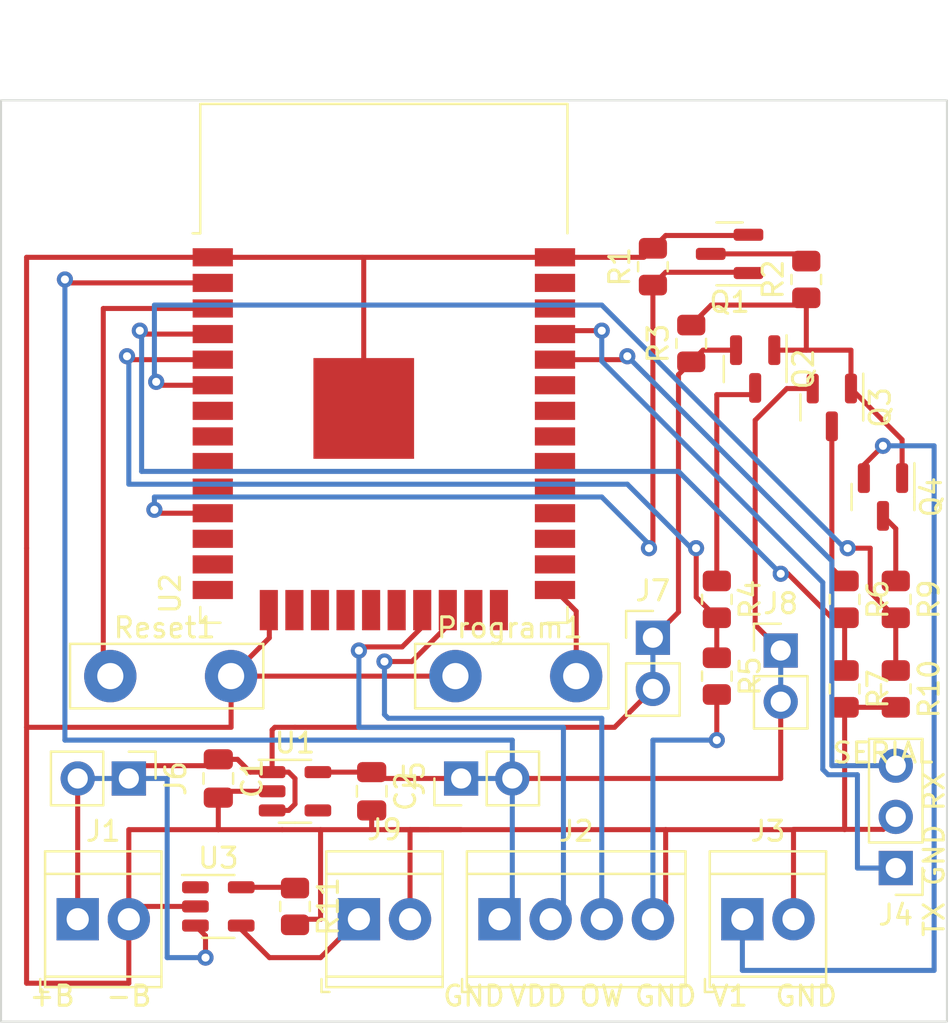
<source format=kicad_pcb>
(kicad_pcb (version 20211014) (generator pcbnew)
  (layers (0 "F.Cu" signal) (31 "B.Cu" signal) (34 "B.Paste" user) (35 "F.Paste" user) (36 "B.SilkS" user "B.Silkscreen") (37 "F.SilkS" user "F.Silkscreen") (38 "B.Mask" user) (39 "F.Mask" user) (44 "Edge.Cuts" user))
  (net 0 "")
  (net 1 "+BATT")
  (net 2 "VDD")
  (net 3 "/VBAT_SENSE")
  (net 4 "/VDD_SENSE")
  (net 5 "Net-(J4-Pad1)")
  (net 6 "Net-(J4-Pad3)")
  (net 7 "Net-(Q4-Pad3)")
  (net 8 "Net-(Q3-Pad3)")
  (net 9 "Net-(Q2-Pad3)")
  (net 11 "/PGM")
  (net 12 "/V1_SENSE")
  (net 13 "/V2_SENSE")
  (net 25 "/SDA_OW")
  (net 26 "/SCL")
  (net 29 "/EN")
  (net 39 "Net-(Q2-Pad1)")
  (net 40 "Net-(Q1-Pad3)")
  (net 41 "GND")
  (net 42 "/VDIV_EN")
  (net 43 "/V1")
  (net 44 "/SOLAR")
  (net 45 "Net-(R11-Pad1)")
  (footprint "Connector_PinHeader_2.54mm:PinHeader_1x02_P2.54mm_Vertical" (layer "F.Cu") (at 127.635 122.555)
    (fp_text reference "J7" (at 0 -2.33) (layer "F.SilkS"))
    (fp_text value "ALT_V2")
    (fp_line (start -1.33 -1.33) (end 0 -1.33) (layer "F.SilkS") (width 0.12))
    (fp_line (start 1.33 1.27) (end 1.33 3.87) (layer "F.SilkS") (width 0.12))
    (fp_line (start -1.33 1.27) (end -1.33 3.87) (layer "F.SilkS") (width 0.12))
    (fp_line (start -1.33 0) (end -1.33 -1.33) (layer "F.SilkS") (width 0.12))
    (fp_line (start -1.33 3.87) (end 1.33 3.87) (layer "F.SilkS") (width 0.12))
    (fp_line (start -1.33 1.27) (end 1.33 1.27) (layer "F.SilkS") (width 0.12))
    (pad "1" thru_hole rect (at 0 0) (size 1.7 1.7) (drill 1) (layers *.Cu *.Mask) (net 1 "+BATT"))
    (pad "2" thru_hole oval (at 0 2.54) (size 1.7 1.7) (drill 1) (layers *.Cu *.Mask) (net 1 "+BATT"))
  )
  (footprint "Package_TO_SOT_SMD:SOT-23" (layer "F.Cu") (at 139.065 115.57 -90)
    (fp_text reference "Q4" (at 0 -2.4 90) (layer "F.SilkS"))
    (fp_text value "DMP1045U")
    (fp_line (start 0 -1.56) (end -1.675 -1.56) (layer "F.SilkS") (width 0.12))
    (fp_line (start 0 1.56) (end 0.65 1.56) (layer "F.SilkS") (width 0.12))
    (fp_line (start 0 1.56) (end -0.65 1.56) (layer "F.SilkS") (width 0.12))
    (fp_line (start 0 -1.56) (end 0.65 -1.56) (layer "F.SilkS") (width 0.12))
    (pad "1" smd roundrect (at -0.9375 -0.95 270) (size 1.475 0.6) (layers "F.Cu" "F.Paste" "F.Mask") (net 39 "Net-(Q2-Pad1)"))
    (pad "2" smd roundrect (at -0.9375 0.95 270) (size 1.475 0.6) (layers "F.Cu" "F.Paste" "F.Mask") (net 43 "/V1"))
    (pad "3" smd roundrect (at 0.9375 0 270) (size 1.475 0.6) (layers "F.Cu" "F.Paste" "F.Mask") (net 7 "Net-(Q4-Pad3)"))
  )
  (footprint "TerminalBlock_TE-Connectivity:TerminalBlock_TE_282834-4_1x04_P2.54mm_Horizontal" (layer "F.Cu") (at 120.015 136.525)
    (fp_text reference "J2" (at 3.81 -4.37) (layer "F.SilkS"))
    (fp_text value "OW")
    (fp_line (start -1.62 -2.25) (end 9.241 -2.25) (layer "F.SilkS") (width 0.12))
    (fp_line (start -1.86 2.97) (end -1.86 3.61) (layer "F.SilkS") (width 0.12))
    (fp_line (start -1.62 -3.37) (end 9.241 -3.37) (layer "F.SilkS") (width 0.12))
    (fp_line (start -1.62 2.85) (end 9.241 2.85) (layer "F.SilkS") (width 0.12))
    (fp_line (start -1.62 -3.37) (end -1.62 3.37) (layer "F.SilkS") (width 0.12))
    (fp_line (start -1.86 3.61) (end -1.46 3.61) (layer "F.SilkS") (width 0.12))
    (fp_line (start -1.62 3.37) (end 9.241 3.37) (layer "F.SilkS") (width 0.12))
    (fp_line (start 9.241 -3.37) (end 9.241 3.37) (layer "F.SilkS") (width 0.12))
    (pad "1" thru_hole rect (at 0 0) (size 2.1 2.1) (drill 1.1) (layers *.Cu *.Mask) (net 2 "VDD"))
    (pad "2" thru_hole circle (at 2.54 0) (size 2.1 2.1) (drill 1.1) (layers *.Cu *.Mask) (net 25 "/SDA_OW"))
    (pad "3" thru_hole circle (at 5.08 0) (size 2.1 2.1) (drill 1.1) (layers *.Cu *.Mask) (net 26 "/SCL"))
    (pad "4" thru_hole circle (at 7.62 0) (size 2.1 2.1) (drill 1.1) (layers *.Cu *.Mask) (net 41 "GND"))
  )
  (footprint "TerminalBlock_TE-Connectivity:TerminalBlock_TE_282834-2_1x02_P2.54mm_Horizontal" (layer "F.Cu") (at 113.03 136.525)
    (fp_text reference "J9" (at 1.27 -4.445) (layer "F.SilkS"))
    (fp_text value "Solar")
    (fp_line (start -1.62 3.37) (end 4.16 3.37) (layer "F.SilkS") (width 0.12))
    (fp_line (start -1.62 -3.37) (end -1.62 3.37) (layer "F.SilkS") (width 0.12))
    (fp_line (start -1.86 3.61) (end -1.46 3.61) (layer "F.SilkS") (width 0.12))
    (fp_line (start -1.62 -2.25) (end 4.16 -2.25) (layer "F.SilkS") (width 0.12))
    (fp_line (start -1.62 2.85) (end 4.16 2.85) (layer "F.SilkS") (width 0.12))
    (fp_line (start 4.16 -3.37) (end 4.16 3.37) (layer "F.SilkS") (width 0.12))
    (fp_line (start -1.86 2.97) (end -1.86 3.61) (layer "F.SilkS") (width 0.12))
    (fp_line (start -1.62 -3.37) (end 4.16 -3.37) (layer "F.SilkS") (width 0.12))
    (pad "1" thru_hole rect (at 0 0) (size 2.1 2.1) (drill 1.1) (layers *.Cu *.Mask) (net 44 "/SOLAR"))
    (pad "2" thru_hole circle (at 2.54 0) (size 2.1 2.1) (drill 1.1) (layers *.Cu *.Mask) (net 41 "GND"))
  )
  (footprint "Resistor_SMD:R_0805_2012Metric" (layer "F.Cu") (at 139.7 120.65 -90)
    (fp_text reference "R9" (at 0 -1.65 90) (layer "F.SilkS"))
    (fp_text value "10K")
    (fp_line (start -0.227064 0.735) (end 0.227064 0.735) (layer "F.SilkS") (width 0.12))
    (fp_line (start -0.227064 -0.735) (end 0.227064 -0.735) (layer "F.SilkS") (width 0.12))
    (pad "1" smd roundrect (at -0.9125 0 270) (size 1.025 1.4) (layers "F.Cu" "F.Paste" "F.Mask") (roundrect_rratio 0.243902439) (net 7 "Net-(Q4-Pad3)"))
    (pad "2" smd roundrect (at 0.9125 0 270) (size 1.025 1.4) (layers "F.Cu" "F.Paste" "F.Mask") (roundrect_rratio 0.243902439) (net 12 "/V1_SENSE"))
  )
  (footprint "Package_TO_SOT_SMD:SOT-23" (layer "F.Cu") (at 131.445 103.505 180)
    (fp_text reference "Q1" (at 0 -2.4) (layer "F.SilkS"))
    (fp_text value "2N7002W")
    (fp_line (start 0 1.56) (end -0.65 1.56) (layer "F.SilkS") (width 0.12))
    (fp_line (start 0 -1.56) (end -1.675 -1.56) (layer "F.SilkS") (width 0.12))
    (fp_line (start 0 -1.56) (end 0.65 -1.56) (layer "F.SilkS") (width 0.12))
    (fp_line (start 0 1.56) (end 0.65 1.56) (layer "F.SilkS") (width 0.12))
    (pad "1" smd roundrect (at -0.9375 -0.95 180) (size 1.475 0.6) (layers "F.Cu" "F.Paste" "F.Mask") (net 42 "/VDIV_EN"))
    (pad "2" smd roundrect (at -0.9375 0.95 180) (size 1.475 0.6) (layers "F.Cu" "F.Paste" "F.Mask") (net 41 "GND"))
    (pad "3" smd roundrect (at 0.9375 0 180) (size 1.475 0.6) (layers "F.Cu" "F.Paste" "F.Mask") (net 40 "Net-(Q1-Pad3)"))
  )
  (footprint "Connector_PinHeader_2.54mm:PinHeader_1x02_P2.54mm_Vertical" (layer "F.Cu") (at 133.985 123.19)
    (fp_text reference "J8" (at 0 -2.33) (layer "F.SilkS"))
    (fp_text value "ALT_V3")
    (fp_line (start -1.33 1.27) (end 1.33 1.27) (layer "F.SilkS") (width 0.12))
    (fp_line (start -1.33 -1.33) (end 0 -1.33) (layer "F.SilkS") (width 0.12))
    (fp_line (start 1.33 1.27) (end 1.33 3.87) (layer "F.SilkS") (width 0.12))
    (fp_line (start -1.33 1.27) (end -1.33 3.87) (layer "F.SilkS") (width 0.12))
    (fp_line (start -1.33 3.87) (end 1.33 3.87) (layer "F.SilkS") (width 0.12))
    (fp_line (start -1.33 0) (end -1.33 -1.33) (layer "F.SilkS") (width 0.12))
    (pad "1" thru_hole rect (at 0 0) (size 1.7 1.7) (drill 1) (layers *.Cu *.Mask) (net 2 "VDD"))
    (pad "2" thru_hole oval (at 0 2.54) (size 1.7 1.7) (drill 1) (layers *.Cu *.Mask) (net 2 "VDD"))
  )
  (footprint "Package_TO_SOT_SMD:SOT-23-5" (layer "F.Cu") (at 109.855 130.175)
    (fp_text reference "U1" (at 0 -2.4) (layer "F.SilkS"))
    (fp_text value "RT9080-33")
    (fp_line (start 0 1.56) (end -0.8 1.56) (layer "F.SilkS") (width 0.12))
    (fp_line (start 0 1.56) (end 0.8 1.56) (layer "F.SilkS") (width 0.12))
    (fp_line (start 0 -1.56) (end -1.8 -1.56) (layer "F.SilkS") (width 0.12))
    (fp_line (start 0 -1.56) (end 0.8 -1.56) (layer "F.SilkS") (width 0.12))
    (pad "1" smd roundrect (at -1.1375 -0.95) (size 1.325 0.6) (layers "F.Cu" "F.Paste" "F.Mask") (net 1 "+BATT"))
    (pad "2" smd roundrect (at -1.1375 0) (size 1.325 0.6) (layers "F.Cu" "F.Paste" "F.Mask") (net 41 "GND"))
    (pad "3" smd roundrect (at -1.1375 0.95) (size 1.325 0.6) (layers "F.Cu" "F.Paste" "F.Mask") (net 1 "+BATT"))
    (pad "4" smd roundrect (at 1.1375 0.95) (size 1.325 0.6) (layers "F.Cu" "F.Paste" "F.Mask"))
    (pad "5" smd roundrect (at 1.1375 -0.95) (size 1.325 0.6) (layers "F.Cu" "F.Paste" "F.Mask") (net 2 "VDD"))
  )
  (footprint "Capacitor_SMD:C_0805_2012Metric" (layer "F.Cu") (at 113.665 130.175 -90)
    (fp_text reference "C2" (at 0 -1.68 90) (layer "F.SilkS"))
    (fp_text value "1uF")
    (fp_line (start -0.261252 -0.735) (end 0.261252 -0.735) (layer "F.SilkS") (width 0.12))
    (fp_line (start -0.261252 0.735) (end 0.261252 0.735) (layer "F.SilkS") (width 0.12))
    (pad "1" smd roundrect (at -0.95 0 270) (size 1 1.45) (layers "F.Cu" "F.Paste" "F.Mask") (net 2 "VDD"))
    (pad "2" smd roundrect (at 0.95 0 270) (size 1 1.45) (layers "F.Cu" "F.Paste" "F.Mask") (net 41 "GND"))
  )
  (footprint "Connector_PinHeader_2.54mm:PinHeader_1x02_P2.54mm_Vertical" (layer "F.Cu") (at 118.11 129.54 90)
    (fp_text reference "J5" (at 0 -2.33 90) (layer "F.SilkS"))
    (fp_text value "VDD_I_SENSE")
    (fp_line (start -1.33 0) (end -1.33 -1.33) (layer "F.SilkS") (width 0.12))
    (fp_line (start -1.33 1.27) (end 1.33 1.27) (layer "F.SilkS") (width 0.12))
    (fp_line (start -1.33 1.27) (end -1.33 3.87) (layer "F.SilkS") (width 0.12))
    (fp_line (start -1.33 -1.33) (end 0 -1.33) (layer "F.SilkS") (width 0.12))
    (fp_line (start 1.33 1.27) (end 1.33 3.87) (layer "F.SilkS") (width 0.12))
    (fp_line (start -1.33 3.87) (end 1.33 3.87) (layer "F.SilkS") (width 0.12))
    (pad "1" thru_hole rect (at 0 0 90) (size 1.7 1.7) (drill 1) (layers *.Cu *.Mask) (net 2 "VDD"))
    (pad "2" thru_hole oval (at 0 2.54 90) (size 1.7 1.7) (drill 1) (layers *.Cu *.Mask) (net 2 "VDD"))
  )
  (footprint "TerminalBlock_TE-Connectivity:TerminalBlock_TE_282834-2_1x02_P2.54mm_Horizontal" (layer "F.Cu") (at 99.06 136.525)
    (fp_text reference "J1" (at 1.27 -4.37) (layer "F.SilkS"))
    (fp_text value "Battery")
    (fp_line (start -1.62 -2.25) (end 4.16 -2.25) (layer "F.SilkS") (width 0.12))
    (fp_line (start -1.62 2.85) (end 4.16 2.85) (layer "F.SilkS") (width 0.12))
    (fp_line (start -1.62 3.37) (end 4.16 3.37) (layer "F.SilkS") (width 0.12))
    (fp_line (start -1.62 -3.37) (end -1.62 3.37) (layer "F.SilkS") (width 0.12))
    (fp_line (start -1.62 -3.37) (end 4.16 -3.37) (layer "F.SilkS") (width 0.12))
    (fp_line (start -1.86 2.97) (end -1.86 3.61) (layer "F.SilkS") (width 0.12))
    (fp_line (start -1.86 3.61) (end -1.46 3.61) (layer "F.SilkS") (width 0.12))
    (fp_line (start 4.16 -3.37) (end 4.16 3.37) (layer "F.SilkS") (width 0.12))
    (pad "1" thru_hole rect (at 0 0) (size 2.1 2.1) (drill 1.1) (layers *.Cu *.Mask) (net 1 "+BATT"))
    (pad "2" thru_hole circle (at 2.54 0) (size 2.1 2.1) (drill 1.1) (layers *.Cu *.Mask) (net 41 "GND"))
  )
  (footprint "Resistor_SMD:R_0805_2012Metric" (layer "F.Cu") (at 139.7 125.095 -90)
    (fp_text reference "R10" (at 0 -1.65 90) (layer "F.SilkS"))
    (fp_text value "10K")
    (fp_line (start -0.227064 -0.735) (end 0.227064 -0.735) (layer "F.SilkS") (width 0.12))
    (fp_line (start -0.227064 0.735) (end 0.227064 0.735) (layer "F.SilkS") (width 0.12))
    (pad "1" smd roundrect (at -0.9125 0 270) (size 1.025 1.4) (layers "F.Cu" "F.Paste" "F.Mask") (roundrect_rratio 0.243902439) (net 12 "/V1_SENSE"))
    (pad "2" smd roundrect (at 0.9125 0 270) (size 1.025 1.4) (layers "F.Cu" "F.Paste" "F.Mask") (roundrect_rratio 0.243902439) (net 41 "GND"))
  )
  (footprint "Capacitor_SMD:C_0805_2012Metric" (layer "F.Cu") (at 106.045 129.54 -90)
    (fp_text reference "C1" (at 0 -1.68 90) (layer "F.SilkS"))
    (fp_text value "1uF")
    (fp_line (start -0.261252 -0.735) (end 0.261252 -0.735) (layer "F.SilkS") (width 0.12))
    (fp_line (start -0.261252 0.735) (end 0.261252 0.735) (layer "F.SilkS") (width 0.12))
    (pad "1" smd roundrect (at -0.95 0 270) (size 1 1.45) (layers "F.Cu" "F.Paste" "F.Mask") (net 1 "+BATT"))
    (pad "2" smd roundrect (at 0.95 0 270) (size 1 1.45) (layers "F.Cu" "F.Paste" "F.Mask") (net 41 "GND"))
  )
  (footprint "Connector_PinHeader_2.54mm:PinHeader_1x03_P2.54mm_Vertical" (layer "F.Cu") (at 139.7 133.985 180)
    (fp_text reference "J4" (at 0 -2.33) (layer "F.SilkS"))
    (fp_text value "Serial")
    (fp_line (start -1.33 -1.33) (end 0 -1.33) (layer "F.SilkS") (width 0.12))
    (fp_line (start -1.33 6.41) (end 1.33 6.41) (layer "F.SilkS") (width 0.12))
    (fp_line (start -1.33 1.27) (end -1.33 6.41) (layer "F.SilkS") (width 0.12))
    (fp_line (start 1.33 1.27) (end 1.33 6.41) (layer "F.SilkS") (width 0.12))
    (fp_line (start -1.33 1.27) (end 1.33 1.27) (layer "F.SilkS") (width 0.12))
    (fp_line (start -1.33 0) (end -1.33 -1.33) (layer "F.SilkS") (width 0.12))
    (pad "1" thru_hole rect (at 0 0 180) (size 1.7 1.7) (drill 1) (layers *.Cu *.Mask) (net 5 "Net-(J4-Pad1)"))
    (pad "2" thru_hole oval (at 0 2.54 180) (size 1.7 1.7) (drill 1) (layers *.Cu *.Mask) (net 41 "GND"))
    (pad "3" thru_hole oval (at 0 5.08 180) (size 1.7 1.7) (drill 1) (layers *.Cu *.Mask) (net 6 "Net-(J4-Pad3)"))
  )
  (footprint "Resistor_SMD:R_0805_2012Metric" (layer "F.Cu") (at 129.54 107.95 90)
    (fp_text reference "R3" (at 0 -1.65 90) (layer "F.SilkS"))
    (fp_text value "10K")
    (fp_line (start -0.227064 0.735) (end 0.227064 0.735) (layer "F.SilkS") (width 0.12))
    (fp_line (start -0.227064 -0.735) (end 0.227064 -0.735) (layer "F.SilkS") (width 0.12))
    (pad "1" smd roundrect (at -0.9125 0 90) (size 1.025 1.4) (layers "F.Cu" "F.Paste" "F.Mask") (roundrect_rratio 0.243902439) (net 1 "+BATT"))
    (pad "2" smd roundrect (at 0.9125 0 90) (size 1.025 1.4) (layers "F.Cu" "F.Paste" "F.Mask") (roundrect_rratio 0.243902439) (net 39 "Net-(Q2-Pad1)"))
  )
  (footprint "Resistor_SMD:R_0805_2012Metric" (layer "F.Cu") (at 130.81 124.46 -90)
    (fp_text reference "R5" (at 0 -1.65 90) (layer "F.SilkS"))
    (fp_text value "10K")
    (fp_line (start -0.227064 -0.735) (end 0.227064 -0.735) (layer "F.SilkS") (width 0.12))
    (fp_line (start -0.227064 0.735) (end 0.227064 0.735) (layer "F.SilkS") (width 0.12))
    (pad "1" smd roundrect (at -0.9125 0 270) (size 1.025 1.4) (layers "F.Cu" "F.Paste" "F.Mask") (roundrect_rratio 0.243902439) (net 3 "/VBAT_SENSE"))
    (pad "2" smd roundrect (at 0.9125 0 270) (size 1.025 1.4) (layers "F.Cu" "F.Paste" "F.Mask") (roundrect_rratio 0.243902439) (net 41 "GND"))
  )
  (footprint "Package_TO_SOT_SMD:SOT-23" (layer "F.Cu") (at 136.525 111.125 -90)
    (fp_text reference "Q3" (at 0 -2.4 90) (layer "F.SilkS"))
    (fp_text value "DMP1045U")
    (fp_line (start 0 1.56) (end -0.65 1.56) (layer "F.SilkS") (width 0.12))
    (fp_line (start 0 -1.56) (end -1.675 -1.56) (layer "F.SilkS") (width 0.12))
    (fp_line (start 0 1.56) (end 0.65 1.56) (layer "F.SilkS") (width 0.12))
    (fp_line (start 0 -1.56) (end 0.65 -1.56) (layer "F.SilkS") (width 0.12))
    (pad "1" smd roundrect (at -0.9375 -0.95 270) (size 1.475 0.6) (layers "F.Cu" "F.Paste" "F.Mask") (net 39 "Net-(Q2-Pad1)"))
    (pad "2" smd roundrect (at -0.9375 0.95 270) (size 1.475 0.6) (layers "F.Cu" "F.Paste" "F.Mask") (net 2 "VDD"))
    (pad "3" smd roundrect (at 0.9375 0 270) (size 1.475 0.6) (layers "F.Cu" "F.Paste" "F.Mask") (net 8 "Net-(Q3-Pad3)"))
  )
  (footprint "TerminalBlock_TE-Connectivity:TerminalBlock_TE_282834-2_1x02_P2.54mm_Horizontal" (layer "F.Cu") (at 132.08 136.525)
    (fp_text reference "J3" (at 1.27 -4.37) (layer "F.SilkS"))
    (fp_text value "V1")
    (fp_line (start 4.16 -3.37) (end 4.16 3.37) (layer "F.SilkS") (width 0.12))
    (fp_line (start -1.62 -3.37) (end 4.16 -3.37) (layer "F.SilkS") (width 0.12))
    (fp_line (start -1.86 3.61) (end -1.46 3.61) (layer "F.SilkS") (width 0.12))
    (fp_line (start -1.86 2.97) (end -1.86 3.61) (layer "F.SilkS") (width 0.12))
    (fp_line (start -1.62 3.37) (end 4.16 3.37) (layer "F.SilkS") (width 0.12))
    (fp_line (start -1.62 -3.37) (end -1.62 3.37) (layer "F.SilkS") (width 0.12))
    (fp_line (start -1.62 -2.25) (end 4.16 -2.25) (layer "F.SilkS") (width 0.12))
    (fp_line (start -1.62 2.85) (end 4.16 2.85) (layer "F.SilkS") (width 0.12))
    (pad "1" thru_hole rect (at 0 0) (size 2.1 2.1) (drill 1.1) (layers *.Cu *.Mask) (net 43 "/V1"))
    (pad "2" thru_hole circle (at 2.54 0) (size 2.1 2.1) (drill 1.1) (layers *.Cu *.Mask) (net 41 "GND"))
  )
  (footprint "0-Eyal:My_Switch" (layer "F.Cu") (at 106.68 124.46 180)
    (fp_text reference "Reset1" (at 3.3 2.4) (layer "F.SilkS"))
    (fp_text value "SW_Push")
    (fp_line (start 8 -1.6) (end 8 1.6) (layer "F.SilkS") (width 0.12))
    (fp_line (start -1.6 -1.6) (end 8 -1.6) (layer "F.SilkS") (width 0.12))
    (fp_line (start 8 1.6) (end -1.6 1.6) (layer "F.SilkS") (width 0.12))
    (fp_line (start -1.6 1.6) (end -1.6 -1.6) (layer "F.SilkS") (width 0.12))
    (pad "1" thru_hole circle (at 0 0 180) (size 2.6 2.6) (drill 1.3) (layers *.Cu *.Mask) (net 41 "GND"))
    (pad "2" thru_hole circle (at 6 0 180) (size 2.6 2.6) (drill 1.3) (layers *.Cu *.Mask) (net 29 "/EN"))
  )
  (footprint "Resistor_SMD:R_0805_2012Metric" (layer "F.Cu") (at 135.255 104.775 90)
    (fp_text reference "R2" (at 0 -1.65 90) (layer "F.SilkS"))
    (fp_text value "100R")
    (fp_line (start -0.227064 0.735) (end 0.227064 0.735) (layer "F.SilkS") (width 0.12))
    (fp_line (start -0.227064 -0.735) (end 0.227064 -0.735) (layer "F.SilkS") (width 0.12))
    (pad "1" smd roundrect (at -0.9125 0 90) (size 1.025 1.4) (layers "F.Cu" "F.Paste" "F.Mask") (roundrect_rratio 0.243902439) (net 39 "Net-(Q2-Pad1)"))
    (pad "2" smd roundrect (at 0.9125 0 90) (size 1.025 1.4) (layers "F.Cu" "F.Paste" "F.Mask") (roundrect_rratio 0.243902439) (net 40 "Net-(Q1-Pad3)"))
  )
  (footprint "Connector_PinHeader_2.54mm:PinHeader_1x02_P2.54mm_Vertical" (layer "F.Cu") (at 101.6 129.54 -90)
    (fp_text reference "J6" (at 0 -2.33 90) (layer "F.SilkS"))
    (fp_text value "BATT_I_SENSE")
    (fp_line (start -1.33 3.87) (end 1.33 3.87) (layer "F.SilkS") (width 0.12))
    (fp_line (start -1.33 0) (end -1.33 -1.33) (layer "F.SilkS") (width 0.12))
    (fp_line (start -1.33 -1.33) (end 0 -1.33) (layer "F.SilkS") (width 0.12))
    (fp_line (start -1.33 1.27) (end 1.33 1.27) (layer "F.SilkS") (width 0.12))
    (fp_line (start -1.33 1.27) (end -1.33 3.87) (layer "F.SilkS") (width 0.12))
    (fp_line (start 1.33 1.27) (end 1.33 3.87) (layer "F.SilkS") (width 0.12))
    (pad "1" thru_hole rect (at 0 0 270) (size 1.7 1.7) (drill 1) (layers *.Cu *.Mask) (net 1 "+BATT"))
    (pad "2" thru_hole oval (at 0 2.54 270) (size 1.7 1.7) (drill 1) (layers *.Cu *.Mask) (net 1 "+BATT"))
  )
  (footprint "RF_Module:ESP32-WROOM-32" (layer "F.Cu") (at 114.27 111.93)
    (fp_text reference "U2" (at -10.61 8.43 90) (layer "F.SilkS"))
    (fp_text value "ESP32-WROOM-32")
    (fp_line (start -9.12 -15.865) (end -9.12 -9.445) (layer "F.SilkS") (width 0.12))
    (fp_line (start -9.12 -15.865) (end 9.12 -15.865) (layer "F.SilkS") (width 0.12))
    (fp_line (start 9.12 9.88) (end 8.12 9.88) (layer "F.SilkS") (width 0.12))
    (fp_line (start -9.12 -9.445) (end -9.5 -9.445) (layer "F.SilkS") (width 0.12))
    (fp_line (start 9.12 -15.865) (end 9.12 -9.445) (layer "F.SilkS") (width 0.12))
    (fp_line (start 9.12 9.1) (end 9.12 9.88) (layer "F.SilkS") (width 0.12))
    (fp_line (start -9.12 9.88) (end -8.12 9.88) (layer "F.SilkS") (width 0.12))
    (fp_line (start -9.12 9.1) (end -9.12 9.88) (layer "F.SilkS") (width 0.12))
    (pad "1" smd rect (at -8.5 -8.255) (size 2 0.9) (layers "F.Cu" "F.Paste" "F.Mask") (net 41 "GND"))
    (pad "2" smd rect (at -8.5 -6.985) (size 2 0.9) (layers "F.Cu" "F.Paste" "F.Mask") (net 2 "VDD"))
    (pad "3" smd rect (at -8.5 -5.715) (size 2 0.9) (layers "F.Cu" "F.Paste" "F.Mask") (net 29 "/EN"))
    (pad "4" smd rect (at -8.5 -4.445) (size 2 0.9) (layers "F.Cu" "F.Paste" "F.Mask") (net 4 "/VDD_SENSE"))
    (pad "5" smd rect (at -8.5 -3.175) (size 2 0.9) (layers "F.Cu" "F.Paste" "F.Mask") (net 3 "/VBAT_SENSE"))
    (pad "6" smd rect (at -8.5 -1.905) (size 2 0.9) (layers "F.Cu" "F.Paste" "F.Mask") (net 12 "/V1_SENSE"))
    (pad "7" smd rect (at -8.5 -0.635) (size 2 0.9) (layers "F.Cu" "F.Paste" "F.Mask") (net 13 "/V2_SENSE"))
    (pad "8" smd rect (at -8.5 0.635) (size 2 0.9) (layers "F.Cu" "F.Paste" "F.Mask"))
    (pad "9" smd rect (at -8.5 1.905) (size 2 0.9) (layers "F.Cu" "F.Paste" "F.Mask"))
    (pad "10" smd rect (at -8.5 3.175) (size 2 0.9) (layers "F.Cu" "F.Paste" "F.Mask"))
    (pad "11" smd rect (at -8.5 4.445) (size 2 0.9) (layers "F.Cu" "F.Paste" "F.Mask") (net 42 "/VDIV_EN"))
    (pad "12" smd rect (at -8.5 5.715) (size 2 0.9) (layers "F.Cu" "F.Paste" "F.Mask"))
    (pad "13" smd rect (at -8.5 6.985) (size 2 0.9) (layers "F.Cu" "F.Paste" "F.Mask"))
    (pad "14" smd rect (at -8.5 8.255) (size 2 0.9) (layers "F.Cu" "F.Paste" "F.Mask"))
    (pad "15" smd rect (at -5.715 9.255 90) (size 2 0.9) (layers "F.Cu" "F.Paste" "F.Mask") (net 41 "GND"))
    (pad "16" smd rect (at -4.445 9.255 90) (size 2 0.9) (layers "F.Cu" "F.Paste" "F.Mask"))
    (pad "17" smd rect (at -3.175 9.255 90) (size 2 0.9) (layers "F.Cu" "F.Paste" "F.Mask"))
    (pad "18" smd rect (at -1.905 9.255 90) (size 2 0.9) (layers "F.Cu" "F.Paste" "F.Mask"))
    (pad "19" smd rect (at -0.635 9.255 90) (size 2 0.9) (layers "F.Cu" "F.Paste" "F.Mask"))
    (pad "20" smd rect (at 0.635 9.255 90) (size 2 0.9) (layers "F.Cu" "F.Paste" "F.Mask"))
    (pad "21" smd rect (at 1.905 9.255 90) (size 2 0.9) (layers "F.Cu" "F.Paste" "F.Mask") (net 25 "/SDA_OW"))
    (pad "22" smd rect (at 3.175 9.255 90) (size 2 0.9) (layers "F.Cu" "F.Paste" "F.Mask") (net 26 "/SCL"))
    (pad "23" smd rect (at 4.445 9.255 90) (size 2 0.9) (layers "F.Cu" "F.Paste" "F.Mask"))
    (pad "24" smd rect (at 5.715 9.255 90) (size 2 0.9) (layers "F.Cu" "F.Paste" "F.Mask"))
    (pad "25" smd rect (at 8.5 8.255) (size 2 0.9) (layers "F.Cu" "F.Paste" "F.Mask") (net 11 "/PGM"))
    (pad "26" smd rect (at 8.5 6.985) (size 2 0.9) (layers "F.Cu" "F.Paste" "F.Mask"))
    (pad "27" smd rect (at 8.5 5.715) (size 2 0.9) (layers "F.Cu" "F.Paste" "F.Mask"))
    (pad "28" smd rect (at 8.5 4.445) (size 2 0.9) (layers "F.Cu" "F.Paste" "F.Mask"))
    (pad "29" smd rect (at 8.5 3.175) (size 2 0.9) (layers "F.Cu" "F.Paste" "F.Mask"))
    (pad "30" smd rect (at 8.5 1.905) (size 2 0.9) (layers "F.Cu" "F.Paste" "F.Mask"))
    (pad "31" smd rect (at 8.5 0.635) (size 2 0.9) (layers "F.Cu" "F.Paste" "F.Mask"))
    (pad "32" smd rect (at 8.5 -0.635) (size 2 0.9) (layers "F.Cu" "F.Paste" "F.Mask"))
    (pad "33" smd rect (at 8.5 -1.905) (size 2 0.9) (layers "F.Cu" "F.Paste" "F.Mask"))
    (pad "34" smd rect (at 8.5 -3.175) (size 2 0.9) (layers "F.Cu" "F.Paste" "F.Mask") (net 6 "Net-(J4-Pad3)"))
    (pad "35" smd rect (at 8.5 -4.445) (size 2 0.9) (layers "F.Cu" "F.Paste" "F.Mask") (net 5 "Net-(J4-Pad1)"))
    (pad "36" smd rect (at 8.5 -5.715) (size 2 0.9) (layers "F.Cu" "F.Paste" "F.Mask"))
    (pad "37" smd rect (at 8.5 -6.985) (size 2 0.9) (layers "F.Cu" "F.Paste" "F.Mask"))
    (pad "38" smd rect (at 8.5 -8.255) (size 2 0.9) (layers "F.Cu" "F.Paste" "F.Mask") (net 41 "GND"))
    (pad "39" smd rect (at -1 -0.755) (size 5 5) (layers "F.Cu" "F.Paste" "F.Mask") (net 41 "GND"))
  )
  (footprint "Resistor_SMD:R_0805_2012Metric" (layer "F.Cu") (at 137.16 120.65 -90)
    (fp_text reference "R6" (at 0 -1.65 90) (layer "F.SilkS"))
    (fp_text value "10K")
    (fp_line (start -0.227064 -0.735) (end 0.227064 -0.735) (layer "F.SilkS") (width 0.12))
    (fp_line (start -0.227064 0.735) (end 0.227064 0.735) (layer "F.SilkS") (width 0.12))
    (pad "1" smd roundrect (at -0.9125 0 270) (size 1.025 1.4) (layers "F.Cu" "F.Paste" "F.Mask") (roundrect_rratio 0.243902439) (net 8 "Net-(Q3-Pad3)"))
    (pad "2" smd roundrect (at 0.9125 0 270) (size 1.025 1.4) (layers "F.Cu" "F.Paste" "F.Mask") (roundrect_rratio 0.243902439) (net 4 "/VDD_SENSE"))
  )
  (footprint "Resistor_SMD:R_0805_2012Metric" (layer "F.Cu") (at 137.16 125.095 -90)
    (fp_text reference "R7" (at 0 -1.65 90) (layer "F.SilkS"))
    (fp_text value "10K")
    (fp_line (start -0.227064 -0.735) (end 0.227064 -0.735) (layer "F.SilkS") (width 0.12))
    (fp_line (start -0.227064 0.735) (end 0.227064 0.735) (layer "F.SilkS") (width 0.12))
    (pad "1" smd roundrect (at -0.9125 0 270) (size 1.025 1.4) (layers "F.Cu" "F.Paste" "F.Mask") (roundrect_rratio 0.243902439) (net 4 "/VDD_SENSE"))
    (pad "2" smd roundrect (at 0.9125 0 270) (size 1.025 1.4) (layers "F.Cu" "F.Paste" "F.Mask") (roundrect_rratio 0.243902439) (net 41 "GND"))
  )
  (footprint "Resistor_SMD:R_0805_2012Metric" (layer "F.Cu") (at 130.81 120.65 -90)
    (fp_text reference "R4" (at 0 -1.65 90) (layer "F.SilkS"))
    (fp_text value "10K")
    (fp_line (start -0.227064 -0.735) (end 0.227064 -0.735) (layer "F.SilkS") (width 0.12))
    (fp_line (start -0.227064 0.735) (end 0.227064 0.735) (layer "F.SilkS") (width 0.12))
    (pad "1" smd roundrect (at -0.9125 0 270) (size 1.025 1.4) (layers "F.Cu" "F.Paste" "F.Mask") (roundrect_rratio 0.243902439) (net 9 "Net-(Q2-Pad3)"))
    (pad "2" smd roundrect (at 0.9125 0 270) (size 1.025 1.4) (layers "F.Cu" "F.Paste" "F.Mask") (roundrect_rratio 0.243902439) (net 3 "/VBAT_SENSE"))
  )
  (footprint "Resistor_SMD:R_0805_2012Metric" (layer "F.Cu") (at 127.635 104.14 90)
    (fp_text reference "R1" (at 0 -1.65 90) (layer "F.SilkS"))
    (fp_text value "10K")
    (fp_line (start -0.227064 0.735) (end 0.227064 0.735) (layer "F.SilkS") (width 0.12))
    (fp_line (start -0.227064 -0.735) (end 0.227064 -0.735) (layer "F.SilkS") (width 0.12))
    (pad "1" smd roundrect (at -0.9125 0 90) (size 1.025 1.4) (layers "F.Cu" "F.Paste" "F.Mask") (roundrect_rratio 0.243902439) (net 42 "/VDIV_EN"))
    (pad "2" smd roundrect (at 0.9125 0 90) (size 1.025 1.4) (layers "F.Cu" "F.Paste" "F.Mask") (roundrect_rratio 0.243902439) (net 41 "GND"))
  )
  (footprint "Package_TO_SOT_SMD:SOT-23" (layer "F.Cu") (at 132.715 109.22 -90)
    (fp_text reference "Q2" (at 0 -2.4 90) (layer "F.SilkS"))
    (fp_text value "DMP1045U")
    (fp_line (start 0 -1.56) (end 0.65 -1.56) (layer "F.SilkS") (width 0.12))
    (fp_line (start 0 1.56) (end 0.65 1.56) (layer "F.SilkS") (width 0.12))
    (fp_line (start 0 -1.56) (end -1.675 -1.56) (layer "F.SilkS") (width 0.12))
    (fp_line (start 0 1.56) (end -0.65 1.56) (layer "F.SilkS") (width 0.12))
    (pad "1" smd roundrect (at -0.9375 -0.95 270) (size 1.475 0.6) (layers "F.Cu" "F.Paste" "F.Mask") (net 39 "Net-(Q2-Pad1)"))
    (pad "2" smd roundrect (at -0.9375 0.95 270) (size 1.475 0.6) (layers "F.Cu" "F.Paste" "F.Mask") (net 1 "+BATT"))
    (pad "3" smd roundrect (at 0.9375 0 270) (size 1.475 0.6) (layers "F.Cu" "F.Paste" "F.Mask") (net 9 "Net-(Q2-Pad3)"))
  )
  (footprint "Package_TO_SOT_SMD:SOT-23-5" (layer "F.Cu") (at 106.045 135.89)
    (fp_text reference "U3" (at 0 -2.4) (layer "F.SilkS"))
    (fp_text value "MCP73831")
    (fp_line (start 0 -1.56) (end -1.8 -1.56) (layer "F.SilkS") (width 0.12))
    (fp_line (start 0 -1.56) (end 0.8 -1.56) (layer "F.SilkS") (width 0.12))
    (fp_line (start 0 1.56) (end -0.8 1.56) (layer "F.SilkS") (width 0.12))
    (fp_line (start 0 1.56) (end 0.8 1.56) (layer "F.SilkS") (width 0.12))
    (pad "1" smd roundrect (at -1.1375 -0.95) (size 1.325 0.6) (layers "F.Cu" "F.Paste" "F.Mask"))
    (pad "2" smd roundrect (at -1.1375 0) (size 1.325 0.6) (layers "F.Cu" "F.Paste" "F.Mask") (net 41 "GND"))
    (pad "3" smd roundrect (at -1.1375 0.95) (size 1.325 0.6) (layers "F.Cu" "F.Paste" "F.Mask") (net 1 "+BATT"))
    (pad "4" smd roundrect (at 1.1375 0.95) (size 1.325 0.6) (layers "F.Cu" "F.Paste" "F.Mask") (net 44 "/SOLAR"))
    (pad "5" smd roundrect (at 1.1375 -0.95) (size 1.325 0.6) (layers "F.Cu" "F.Paste" "F.Mask") (net 45 "Net-(R11-Pad1)"))
  )
  (footprint "Resistor_SMD:R_0805_2012Metric" (layer "F.Cu") (at 109.855 135.89 -90)
    (fp_text reference "R11" (at 0 -1.65 90) (layer "F.SilkS"))
    (fp_text value "2K")
    (fp_line (start -0.227064 0.735) (end 0.227064 0.735) (layer "F.SilkS") (width 0.12))
    (fp_line (start -0.227064 -0.735) (end 0.227064 -0.735) (layer "F.SilkS") (width 0.12))
    (pad "1" smd roundrect (at -0.9125 0 270) (size 1.025 1.4) (layers "F.Cu" "F.Paste" "F.Mask") (roundrect_rratio 0.243902) (net 45 "Net-(R11-Pad1)"))
    (pad "2" smd roundrect (at 0.9125 0 270) (size 1.025 1.4) (layers "F.Cu" "F.Paste" "F.Mask") (roundrect_rratio 0.243902) (net 41 "GND"))
  )
  (footprint "0-Eyal:My_Switch" (layer "F.Cu") (at 123.825 124.46 180)
    (fp_text reference "Program1" (at 3.3 2.4) (layer "F.SilkS"))
    (fp_text value "SW_Push")
    (fp_line (start 8 1.6) (end -1.6 1.6) (layer "F.SilkS") (width 0.12))
    (fp_line (start -1.6 -1.6) (end 8 -1.6) (layer "F.SilkS") (width 0.12))
    (fp_line (start -1.6 1.6) (end -1.6 -1.6) (layer "F.SilkS") (width 0.12))
    (fp_line (start 8 -1.6) (end 8 1.6) (layer "F.SilkS") (width 0.12))
    (pad "1" thru_hole circle (at 0 0 180) (size 2.6 2.6) (drill 1.3) (layers *.Cu *.Mask) (net 11 "/PGM"))
    (pad "2" thru_hole circle (at 6 0 180) (size 2.6 2.6) (drill 1.3) (layers *.Cu *.Mask) (net 41 "GND"))
  )
  (gr_rect (start 95.25 95.885) (end 142.24 141.605) (layer "Edge.Cuts") (width 0.1) (fill none))
  (gr_text "SERIAL" (at 139.065 128.27) (layer "F.SilkS") (effects (font (size 1 1))))
  (gr_text "OW" (at 125.095 140.335) (layer "F.SilkS") (effects (font (size 1 1))))
  (gr_text "GND" (at 135.255 140.335) (layer "F.SilkS") (effects (font (size 1 1))))
  (gr_text "GND" (at 118.745 140.335) (layer "F.SilkS") (effects (font (size 1 1))))
  (gr_text "TX" (at 141.605 136.525 90) (layer "F.SilkS") (effects (font (size 1 1))))
  (gr_text "+B" (at 97.79 140.335) (layer "F.SilkS") (effects (font (size 1 1))))
  (gr_text "VDD" (at 121.92 140.335) (layer "F.SilkS") (effects (font (size 1 1))))
  (gr_text "GND" (at 128.27 140.335) (layer "F.SilkS") (effects (font (size 1 1))))
  (gr_text "GND" (at 141.605 133.35 90) (layer "F.SilkS") (effects (font (size 1 1))))
  (gr_text "RX" (at 141.605 130.175 90) (layer "F.SilkS") (effects (font (size 1 1))))
  (gr_text "-B\n" (at 101.6 140.335) (layer "F.SilkS") (effects (font (size 1 1))))
  (gr_text "V1" (at 131.445 140.335) (layer "F.SilkS") (effects (font (size 1 1))))
  (segment (start 128.905 109.4975) (end 128.905 121.285) (width 0.25) (layer "F.Cu") (net 1))
  (segment (start 127.635 125.095) (end 125.73 127) (width 0.25) (layer "F.Cu") (net 1))
  (segment (start 109.855 130.81) (end 109.54 131.125) (width 0.25) (layer "F.Cu") (net 1))
  (segment (start 108.7175 127.1325) (end 108.7175 129.225) (width 0.25) (layer "F.Cu") (net 1))
  (segment (start 109.54 131.125) (end 108.7175 131.125) (width 0.25) (layer "F.Cu") (net 1))
  (segment (start 108.585 131.2575) (end 108.7175 131.125) (width 0.25) (layer "F.Cu") (net 1))
  (segment (start 125.73 127) (end 109.855 127) (width 0.25) (layer "F.Cu") (net 1))
  (segment (start 129.54 108.8625) (end 128.905 109.4975) (width 0.25) (layer "F.Cu") (net 1))
  (segment (start 108.85 127) (end 108.7175 127.1325) (width 0.25) (layer "F.Cu") (net 1))
  (segment (start 101.6 129.54) (end 102.235 128.905) (width 0.25) (layer "F.Cu") (net 1))
  (segment (start 109.855 129.54) (end 109.855 130.81) (width 0.25) (layer "F.Cu") (net 1))
  (segment (start 105.41 137.3425) (end 104.9075 136.84) (width 0.25) (layer "F.Cu") (net 1))
  (segment (start 107.635 129.225) (end 108.7175 129.225) (width 0.25) (layer "F.Cu") (net 1))
  (segment (start 107 128.59) (end 107.635 129.225) (width 0.25) (layer "F.Cu") (net 1))
  (segment (start 99.06 136.525) (end 99.06 129.54) (width 0.25) (layer "F.Cu") (net 1))
  (segment (start 128.905 121.285) (end 127.635 122.555) (width 0.25) (layer "F.Cu") (net 1))
  (segment (start 106.045 128.59) (end 107 128.59) (width 0.25) (layer "F.Cu") (net 1))
  (segment (start 109.855 127) (end 108.85 127) (width 0.25) (layer "F.Cu") (net 1))
  (segment (start 102.235 128.905) (end 105.73 128.905) (width 0.25) (layer "F.Cu") (net 1))
  (segment (start 105.41 138.43) (end 105.41 137.3425) (width 0.25) (layer "F.Cu") (net 1))
  (segment (start 109.54 129.225) (end 109.855 129.54) (width 0.25) (layer "F.Cu") (net 1))
  (segment (start 130.12 108.2825) (end 131.765 108.2825) (width 0.25) (layer "F.Cu") (net 1))
  (segment (start 108.7175 129.225) (end 109.54 129.225) (width 0.25) (layer "F.Cu") (net 1))
  (segment (start 129.54 108.8625) (end 130.12 108.2825) (width 0.25) (layer "F.Cu") (net 1))
  (via (at 105.41 138.43) (size 0.8) (drill 0.4) (layers "F.Cu" "B.Cu") (net 1))
  (segment (start 127.635 122.555) (end 127.635 125.095) (width 0.25) (layer "B.Cu") (net 1))
  (segment (start 99.06 129.54) (end 101.6 129.54) (width 0.25) (layer "B.Cu") (net 1))
  (segment (start 98.425 136.525) (end 99.06 136.525) (width 0.25) (layer "B.Cu") (net 1))
  (segment (start 103.505 129.54) (end 101.6 129.54) (width 0.25) (layer "B.Cu") (net 1))
  (segment (start 105.41 138.43) (end 103.505 138.43) (width 0.25) (layer "B.Cu") (net 1))
  (segment (start 103.505 138.43) (end 103.505 129.54) (width 0.25) (layer "B.Cu") (net 1))
  (segment (start 132.715 121.92) (end 133.985 123.19) (width 0.25) (layer "F.Cu") (net 2))
  (segment (start 133.985 125.73) (end 133.985 129.54) (width 0.25) (layer "F.Cu") (net 2))
  (segment (start 134.2875 110.1875) (end 132.715 111.76) (width 0.25) (layer "F.Cu") (net 2))
  (segment (start 113.35 129.54) (end 113.665 129.225) (width 0.25) (layer "F.Cu") (net 2))
  (segment (start 135.575 110.1875) (end 134.2875 110.1875) (width 0.25) (layer "F.Cu") (net 2))
  (segment (start 133.985 129.54) (end 120.65 129.54) (width 0.25) (layer "F.Cu") (net 2))
  (segment (start 113.665 129.225) (end 110.9925 129.225) (width 0.25) (layer "F.Cu") (net 2))
  (segment (start 132.715 111.76) (end 132.715 121.92) (width 0.25) (layer "F.Cu") (net 2))
  (segment (start 98.595 104.945) (end 105.77 104.945) (width 0.25) (layer "F.Cu") (net 2))
  (segment (start 113.98 129.54) (end 113.665 129.225) (width 0.25) (layer "F.Cu") (net 2))
  (segment (start 98.425 104.775) (end 98.595 104.945) (width 0.25) (layer "F.Cu") (net 2))
  (segment (start 118.11 129.54) (end 113.98 129.54) (width 0.25) (layer "F.Cu") (net 2))
  (via (at 98.425 104.775) (size 0.8) (drill 0.4) (layers "F.Cu" "B.Cu") (net 2))
  (segment (start 120.65 135.89) (end 120.65 129.54) (width 0.25) (layer "B.Cu") (net 2))
  (segment (start 120.65 129.54) (end 120.65 127.635) (width 0.25) (layer "B.Cu") (net 2))
  (segment (start 118.11 129.54) (end 120.65 129.54) (width 0.25) (layer "B.Cu") (net 2))
  (segment (start 120.65 127.635) (end 98.425 127.635) (width 0.25) (layer "B.Cu") (net 2))
  (segment (start 98.425 127.635) (end 98.425 104.775) (width 0.25) (layer "B.Cu") (net 2))
  (segment (start 133.985 123.19) (end 133.985 125.73) (width 0.25) (layer "B.Cu") (net 2))
  (segment (start 120.015 136.525) (end 120.65 135.89) (width 0.25) (layer "B.Cu") (net 2))
  (segment (start 130.81 121.5625) (end 130.81 123.5475) (width 0.25) (layer "F.Cu") (net 3))
  (segment (start 101.6805 108.755) (end 105.77 108.755) (width 0.25) (layer "F.Cu") (net 3))
  (segment (start 101.5105 108.585) (end 101.6805 108.755) (width 0.25) (layer "F.Cu") (net 3))
  (segment (start 129.78548 120.53798) (end 130.81 121.5625) (width 0.25) (layer "F.Cu") (net 3))
  (segment (start 129.78548 118.115931) (end 129.78548 120.53798) (width 0.25) (layer "F.Cu") (net 3))
  (segment (start 129.779549 118.11) (end 129.78548 118.115931) (width 0.25) (layer "F.Cu") (net 3))
  (via (at 101.5105 108.585) (size 0.8) (drill 0.4) (layers "F.Cu" "B.Cu") (net 3))
  (via (at 129.779549 118.11) (size 0.8) (drill 0.4) (layers "F.Cu" "B.Cu") (net 3))
  (segment (start 101.6 108.6745) (end 101.6 114.935) (width 0.25) (layer "B.Cu") (net 3))
  (segment (start 129.54 118.11) (end 129.779549 118.11) (width 0.25) (layer "B.Cu") (net 3))
  (segment (start 101.6 114.935) (end 126.365 114.935) (width 0.25) (layer "B.Cu") (net 3))
  (segment (start 126.365 114.935) (end 129.54 118.11) (width 0.25) (layer "B.Cu") (net 3))
  (segment (start 101.5105 108.585) (end 101.6 108.6745) (width 0.25) (layer "B.Cu") (net 3))
  (segment (start 136.525 121.5625) (end 137.16 121.5625) (width 0.25) (layer "F.Cu") (net 4))
  (segment (start 134.3425 119.38) (end 136.525 121.5625) (width 0.25) (layer "F.Cu") (net 4))
  (segment (start 137.16 121.5625) (end 137.16 124.1825) (width 0.25) (layer "F.Cu") (net 4))
  (segment (start 102.3155 107.485) (end 105.77 107.485) (width 0.25) (layer "F.Cu") (net 4))
  (segment (start 133.985 119.38) (end 134.3425 119.38) (width 0.25) (layer "F.Cu") (net 4))
  (segment (start 102.1455 107.315) (end 102.3155 107.485) (width 0.25) (layer "F.Cu") (net 4))
  (via (at 102.1455 107.315) (size 0.8) (drill 0.4) (layers "F.Cu" "B.Cu") (net 4))
  (via (at 133.985 119.38) (size 0.8) (drill 0.4) (layers "F.Cu" "B.Cu") (net 4))
  (segment (start 102.1455 107.315) (end 102.235 107.4045) (width 0.25) (layer "B.Cu") (net 4))
  (segment (start 102.235 114.3) (end 128.905 114.3) (width 0.25) (layer "B.Cu") (net 4))
  (segment (start 102.235 107.4045) (end 102.235 114.3) (width 0.25) (layer "B.Cu") (net 4))
  (segment (start 128.905 114.3) (end 133.985 119.38) (width 0.25) (layer "B.Cu") (net 4))
  (segment (start 125.095 107.315) (end 122.94 107.315) (width 0.25) (layer "F.Cu") (net 5))
  (via (at 125.095 107.315) (size 0.8) (drill 0.4) (layers "F.Cu" "B.Cu") (net 5))
  (segment (start 136.07548 129.091197) (end 136.338803 129.35452) (width 0.25) (layer "B.Cu") (net 5))
  (segment (start 125.095 107.315) (end 125.095 108.830386) (width 0.25) (layer "B.Cu") (net 5))
  (segment (start 136.338803 129.35452) (end 137.795 129.35452) (width 0.25) (layer "B.Cu") (net 5))
  (segment (start 137.795 133.985) (end 139.7 133.985) (width 0.25) (layer "B.Cu") (net 5))
  (segment (start 137.795 129.35452) (end 137.795 133.985) (width 0.25) (layer "B.Cu") (net 5))
  (segment (start 125.095 108.830386) (end 136.07548 119.810866) (width 0.25) (layer "B.Cu") (net 5))
  (segment (start 136.07548 119.810866) (end 136.07548 129.091197) (width 0.25) (layer "B.Cu") (net 5))
  (segment (start 126.195 108.755) (end 122.77 108.755) (width 0.25) (layer "F.Cu") (net 6))
  (via (at 126.365 108.585) (size 0.8) (drill 0.4) (layers "F.Cu" "B.Cu") (net 6))
  (segment (start 136.525 118.745) (end 136.525 128.905) (width 0.25) (layer "B.Cu") (net 6))
  (segment (start 136.525 128.905) (end 139.7 128.905) (width 0.25) (layer "B.Cu") (net 6))
  (segment (start 126.365 108.585) (end 136.525 118.745) (width 0.25) (layer "B.Cu") (net 6))
  (segment (start 139.7 117.1425) (end 139.065 116.5075) (width 0.25) (layer "F.Cu") (net 7))
  (segment (start 139.7 119.7375) (end 139.7 117.1425) (width 0.25) (layer "F.Cu") (net 7))
  (segment (start 137.16 119.7375) (end 136.525 119.1025) (width 0.25) (layer "F.Cu") (net 8))
  (segment (start 136.525 119.1025) (end 136.525 112.0625) (width 0.25) (layer "F.Cu") (net 8))
  (segment (start 130.81 110.49) (end 130.81 119.7375) (width 0.25) (layer "F.Cu") (net 9))
  (segment (start 132.715 110.49) (end 130.81 110.49) (width 0.25) (layer "F.Cu") (net 9))
  (segment (start 123.825 121.24) (end 123.825 124.46) (width 0.25) (layer "F.Cu") (net 11))
  (segment (start 122.77 120.185) (end 123.825 121.24) (width 0.25) (layer "F.Cu") (net 11))
  (segment (start 139.7 121.5625) (end 139.7 124.1825) (width 0.25) (layer "F.Cu") (net 12))
  (segment (start 139.7 121.5625) (end 138.43 120.2925) (width 0.25) (layer "F.Cu") (net 12))
  (segment (start 138.43 120.2925) (end 138.43 118.11) (width 0.25) (layer "F.Cu") (net 12))
  (segment (start 102.9595 109.855) (end 103.1295 110.025) (width 0.25) (layer "F.Cu") (net 12))
  (segment (start 138.43 118.11) (end 137.310049 118.11) (width 0.25) (layer "F.Cu") (net 12))
  (segment (start 103.1295 110.025) (end 105.77 110.025) (width 0.25) (layer "F.Cu") (net 12))
  (via (at 102.9595 109.855) (size 0.8) (drill 0.4) (layers "F.Cu" "B.Cu") (net 12))
  (via (at 137.310049 118.11) (size 0.8) (drill 0.4) (layers "F.Cu" "B.Cu") (net 12))
  (segment (start 137.16 118.11) (end 137.310049 118.11) (width 0.25) (layer "B.Cu") (net 12))
  (segment (start 102.9595 109.855) (end 102.87 109.7655) (width 0.25) (layer "B.Cu") (net 12))
  (segment (start 125.095 106.045) (end 137.16 118.11) (width 0.25) (layer "B.Cu") (net 12))
  (segment (start 102.87 109.7655) (end 102.87 106.045) (width 0.25) (layer "B.Cu") (net 12))
  (segment (start 102.87 106.045) (end 125.095 106.045) (width 0.25) (layer "B.Cu") (net 12))
  (segment (start 116.175 122.014022) (end 116.175 121.185) (width 0.25) (layer "F.Cu") (net 25))
  (segment (start 113.209011 123.010989) (end 115.178033 123.010989) (width 0.25) (layer "F.Cu") (net 25))
  (segment (start 115.178033 123.010989) (end 116.175 122.014022) (width 0.25) (layer "F.Cu") (net 25))
  (segment (start 113.03 123.19) (end 113.209011 123.010989) (width 0.25) (layer "F.Cu") (net 25))
  (via (at 113.03 123.19) (size 0.8) (drill 0.4) (layers "F.Cu" "B.Cu") (net 25))
  (segment (start 123.19 135.89) (end 122.555 136.525) (width 0.25) (layer "B.Cu") (net 25))
  (segment (start 113.03 123.19) (end 113.03 127) (width 0.25) (layer "B.Cu") (net 25))
  (segment (start 113.03 127) (end 123.19 127) (width 0.25) (layer "B.Cu") (net 25))
  (segment (start 123.19 127) (end 123.19 135.89) (width 0.25) (layer "B.Cu") (net 25))
  (segment (start 114.3 123.7355) (end 115.6595 123.7355) (width 0.25) (layer "F.Cu") (net 26))
  (segment (start 117.445 121.95) (end 117.445 121.185) (width 0.25) (layer "F.Cu") (net 26))
  (segment (start 115.6595 123.7355) (end 117.445 121.95) (width 0.25) (layer "F.Cu") (net 26))
  (via (at 114.3 123.7355) (size 0.8) (drill 0.4) (layers "F.Cu" "B.Cu") (net 26))
  (segment (start 114.3 126.365) (end 114.48548 126.55048) (width 0.25) (layer "B.Cu") (net 26))
  (segment (start 114.48548 126.55048) (end 125.095 126.55048) (width 0.25) (layer "B.Cu") (net 26))
  (segment (start 125.095 126.55048) (end 125.095 136.525) (width 0.25) (layer "B.Cu") (net 26))
  (segment (start 114.3 123.7355) (end 114.3 126.365) (width 0.25) (layer "B.Cu") (net 26))
  (segment (start 105.77 106.215) (end 100.33 106.215) (width 0.25) (layer "F.Cu") (net 29))
  (segment (start 100.33 106.215) (end 100.33 124.46) (width 0.25) (layer "F.Cu") (net 29))
  (segment (start 100.33 124.46) (end 100.68 124.46) (width 0.25) (layer "F.Cu") (net 29))
  (segment (start 135.255 108.2825) (end 135.255 105.6875) (width 0.25) (layer "F.Cu") (net 39))
  (segment (start 129.54 107.0375) (end 130.5325 106.045) (width 0.25) (layer "F.Cu") (net 39))
  (segment (start 137.475 109.54) (end 137.475 110.1875) (width 0.25) (layer "F.Cu") (net 39))
  (segment (start 140.015 114.6325) (end 140.015 112.7275) (width 0.25) (layer "F.Cu") (net 39))
  (segment (start 133.665 108.2825) (end 137.475 108.2825) (width 0.25) (layer "F.Cu") (net 39))
  (segment (start 134.8975 106.045) (end 135.255 105.6875) (width 0.25) (layer "F.Cu") (net 39))
  (segment (start 137.475 108.2825) (end 137.475 109.54) (width 0.25) (layer "F.Cu") (net 39))
  (segment (start 140.015 112.7275) (end 137.475 110.1875) (width 0.25) (layer "F.Cu") (net 39))
  (segment (start 130.5325 106.045) (end 134.8975 106.045) (width 0.25) (layer "F.Cu") (net 39))
  (segment (start 130.5075 103.505) (end 134.8975 103.505) (width 0.25) (layer "F.Cu") (net 40))
  (segment (start 128.27 102.5925) (end 132.345 102.5925) (width 0.25) (layer "F.Cu") (net 41))
  (segment (start 134.62 132.065) (end 139.08 132.065) (width 0.25) (layer "F.Cu") (net 41))
  (segment (start 137.16 126.0075) (end 137.16 132.08) (width 0.25) (layer "F.Cu") (net 41))
  (segment (start 108.579129 121.209129) (end 108.579129 122.560871) (width 0.25) (layer "F.Cu") (net 41))
  (segment (start 108.579129 122.560871) (end 106.68 124.46) (width 0.25) (layer "F.Cu") (net 41))
  (segment (start 102.235 135.89) (end 101.6 136.525) (width 0.25) (layer "F.Cu") (net 41))
  (segment (start 134.62 132.08) (end 128.27 132.08) (width 0.25) (layer "F.Cu") (net 41))
  (segment (start 139.08 132.065) (end 139.7 131.445) (width 0.25) (layer "F.Cu") (net 41))
  (segment (start 106.045 132.08) (end 109.22 132.08) (width 0.25) (layer "F.Cu") (net 41))
  (segment (start 106.045 130.49) (end 106.045 132.08) (width 0.25) (layer "F.Cu") (net 41))
  (segment (start 128.27 132.08) (end 114.62 132.08) (width 0.25) (layer "F.Cu") (net 41))
  (segment (start 108.415 103.675) (end 113.2 103.675) (width 0.25) (layer "F.Cu") (net 41))
  (segment (start 110.1325 136.525) (end 111.125 136.525) (width 0.25) (layer "F.Cu") (net 41))
  (segment (start 96.52 127) (end 106.68 127) (width 0.25) (layer "F.Cu") (net 41))
  (segment (start 101.6 132.08) (end 101.6 136.525) (width 0.25) (layer "F.Cu") (net 41))
  (segment (start 132.345 102.5925) (end 132.3825 102.555) (width 0.25) (layer "F.Cu") (net 41))
  (segment (start 96.52 103.675) (end 96.52 118.11) (width 0.25) (layer "F.Cu") (net 41))
  (segment (start 109.22 132.08) (end 114.3 132.08) (width 0.25) (layer "F.Cu") (net 41))
  (segment (start 113.27 111.175) (end 113.27 103.745) (width 0.25) (layer "F.Cu") (net 41))
  (segment (start 127.635 103.2275) (end 128.27 102.5925) (width 0.25) (layer "F.Cu") (net 41))
  (segment (start 130.81 127.635) (end 130.81 125.3725) (width 0.25) (layer "F.Cu") (net 41))
  (segment (start 104.9075 135.89) (end 102.235 135.89) (width 0.25) (layer "F.Cu") (net 41))
  (segment (start 115.57 132.08) (end 118.11 132.08) (width 0.25) (layer "F.Cu") (net 41))
  (segment (start 106.68 124.46) (end 117.825 124.46) (width 0.25) (layer "F.Cu") (net 41))
  (segment (start 115.57 136.525) (end 115.57 132.08) (width 0.25) (layer "F.Cu") (net 41))
  (segment (start 106.045 132.08) (end 101.6 132.08) (width 0.25) (layer "F.Cu") (net 41))
  (segment (start 108.7175 130.175) (end 106.36 130.175) (width 0.25) (layer "F.Cu") (net 41))
  (segment (start 113.665 131.125) (end 113.665 132.08) (width 0.25) (layer "F.Cu") (net 41))
  (segment (start 113.2 103.675) (end 122.77 103.675) (width 0.25) (layer "F.Cu") (net 41))
  (segment (start 111.125 136.525) (end 111.125 132.08) (width 0.25) (layer "F.Cu") (net 41))
  (segment (start 101.6 139.7) (end 101.6 136.525) (width 0.25) (layer "F.Cu") (net 41))
  (segment (start 109.855 136.8025) (end 110.1325 136.525) (width 0.25) (layer "F.Cu") (net 41))
  (segment (start 128.27 135.89) (end 127.635 136.525) (width 0.25) (layer "F.Cu") (net 41))
  (segment (start 96.52 139.7) (end 101.6 139.7) (width 0.25) (layer "F.Cu") (net 41))
  (segment (start 128.27 132.08) (end 128.27 135.89) (width 0.25) (layer "F.Cu") (net 41))
  (segment (start 96.52 118.11) (end 96.52 127) (width 0.25) (layer "F.Cu") (net 41))
  (segment (start 106.68 127) (end 106.68 124.46) (width 0.25) (layer "F.Cu") (net 41))
  (segment (start 134.62 136.525) (end 134.62 132.08) (width 0.25) (layer "F.Cu") (net 41))
  (segment (start 114.3 132.08) (end 116.505 132.08) (width 0.25) (layer "F.Cu") (net 41))
  (segment (start 137.16 126.0075) (end 139.7 126.0075) (width 0.25) (layer "F.Cu") (net 41))
  (segment (start 113.27 103.745) (end 113.2 103.675) (width 0.25) (layer "F.Cu") (net 41))
  (segment (start 96.52 127) (end 96.52 139.7) (width 0.25) (layer "F.Cu") (net 41))
  (segment (start 127.1875 103.675) (end 122.77 103.675) (width 0.25) (layer "F.Cu") (net 41))
  (segment (start 105.77 103.675) (end 96.52 103.675) (width 0.25) (layer "F.Cu") (net 41))
  (segment (start 105.77 103.675) (end 108.415 103.675) (width 0.25) (layer "F.Cu") (net 41))
  (segment (start 108.555 121.185) (end 108.579129 121.209129) (width 0.25) (layer "F.Cu") (net 41))
  (via (at 130.81 127.635) (size 0.8) (drill 0.4) (layers "F.Cu" "B.Cu") (net 41))
  (segment (start 127.635 127.635) (end 127.635 136.525) (width 0.25) (layer "B.Cu") (net 41))
  (segment (start 130.81 127.635) (end 127.635 127.635) (width 0.25) (layer "B.Cu") (net 41))
  (segment (start 103.04 116.375) (end 105.77 116.375) (width 0.25) (layer "F.Cu") (net 42))
  (segment (start 102.87 116.205) (end 103.04 116.375) (width 0.25) (layer "F.Cu") (net 42))
  (segment (start 127.635 105.0525) (end 128.27 104.4175) (width 0.25) (layer "F.Cu") (net 42))
  (segment (start 127.440201 118.11) (end 127.635 117.915201) (width 0.25) (layer "F.Cu") (net 42))
  (segment (start 128.27 104.4175) (end 132.345 104.4175) (width 0.25) (layer "F.Cu") (net 42))
  (segment (start 132.345 104.4175) (end 132.3825 104.455) (width 0.25) (layer "F.Cu") (net 42))
  (segment (start 127.635 117.915201) (end 127.635 105.0525) (width 0.25) (layer "F.Cu") (net 42))
  (via (at 127.440201 118.11) (size 0.8) (drill 0.4) (layers "F.Cu" "B.Cu") (net 42))
  (via (at 102.87 116.205) (size 0.8) (drill 0.4) (layers "F.Cu" "B.Cu") (net 42))
  (segment (start 102.87 115.57) (end 125.095 115.57) (width 0.25) (layer "B.Cu") (net 42))
  (segment (start 102.87 116.205) (end 102.87 115.57) (width 0.25) (layer "B.Cu") (net 42))
  (segment (start 127.440201 117.915201) (end 127.440201 118.11) (width 0.25) (layer "B.Cu") (net 42))
  (segment (start 125.095 115.57) (end 127.440201 117.915201) (width 0.25) (layer "B.Cu") (net 42))
  (segment (start 138.115 113.98) (end 138.115 114.6325) (width 0.25) (layer "F.Cu") (net 43))
  (segment (start 139.065 113.03) (end 138.115 113.98) (width 0.25) (layer "F.Cu") (net 43))
  (via (at 139.065 113.03) (size 0.8) (drill 0.4) (layers "F.Cu" "B.Cu") (net 43))
  (segment (start 141.605 139.065) (end 132.08 139.065) (width 0.25) (layer "B.Cu") (net 43))
  (segment (start 139.065 113.03) (end 141.605 113.03) (width 0.25) (layer "B.Cu") (net 43))
  (segment (start 141.605 113.03) (end 141.605 139.065) (width 0.25) (layer "B.Cu") (net 43))
  (segment (start 132.08 139.065) (end 132.08 136.525) (width 0.25) (layer "B.Cu") (net 43))
  (segment (start 111.125 138.43) (end 113.03 136.525) (width 0.25) (layer "F.Cu") (net 44))
  (segment (start 107.1825 136.84) (end 107.1825 137.0275) (width 0.25) (layer "F.Cu") (net 44))
  (segment (start 108.585 138.43) (end 111.125 138.43) (width 0.25) (layer "F.Cu") (net 44))
  (segment (start 107.1825 137.0275) (end 108.585 138.43) (width 0.25) (layer "F.Cu") (net 44))
  (segment (start 107.1825 134.94) (end 109.8175 134.94) (width 0.25) (layer "F.Cu") (net 45))
  (segment (start 109.8175 134.94) (end 109.855 134.9775) (width 0.25) (layer "F.Cu") (net 45))
)
</source>
